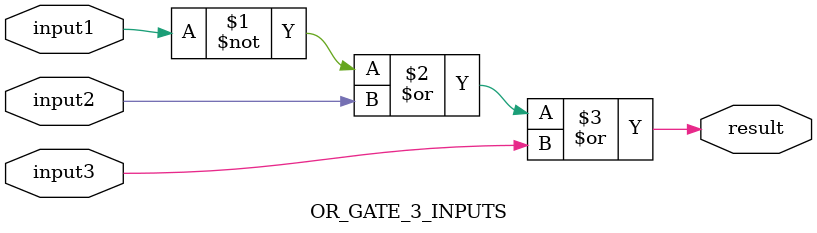
<source format=v>
module OR_GATE_3_INPUTS(	// file.cleaned.mlir:2:3
  input  input1,	// file.cleaned.mlir:2:34
         input2,	// file.cleaned.mlir:2:51
         input3,	// file.cleaned.mlir:2:68
  output result	// file.cleaned.mlir:2:86
);

  assign result = ~input1 | input2 | input3;	// file.cleaned.mlir:4:10, :5:10, :6:5
endmodule


</source>
